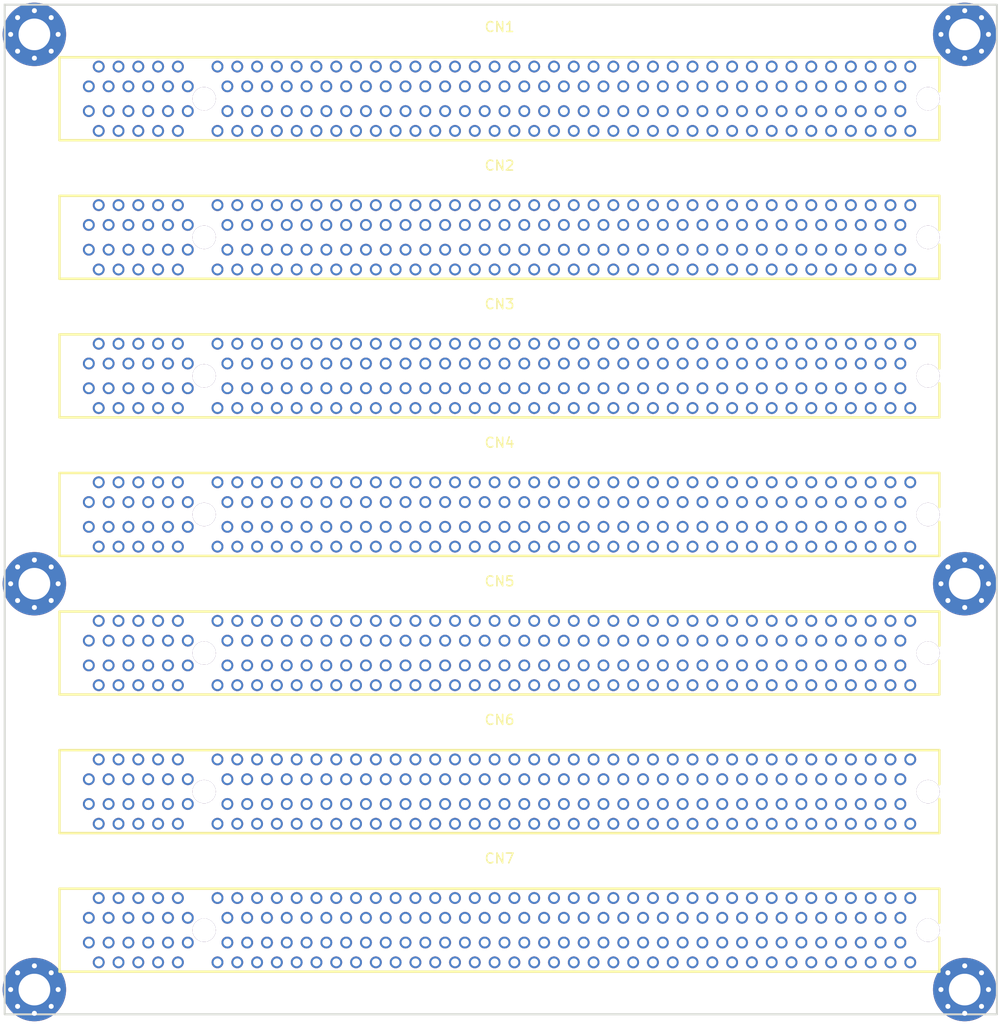
<source format=kicad_pcb>
(kicad_pcb (version 20241229) (generator "pcbnew") (generator_version "9.0")
  (title_block (title "Santa's Microfactory - Backplane") (date "2026-01-04") (company "Logan Peterson"))
  (layers (0 "F.Cu" signal) (2 "B.Cu" signal) (13 "F.Paste" user) (15 "B.Paste" user) (5 "F.SilkS" user "F.Silkscreen") (7 "B.SilkS" user "B.Silkscreen") (1 "F.Mask" user) (3 "B.Mask" user) (25 "Edge.Cuts" user))
  (net 0 "")
  (net 1 "B59")
  (net 2 "A75")
  (net 3 "B34")
  (net 4 "B46")
  (net 5 "A32")
  (net 6 "A7")
  (net 7 "A48")
  (net 8 "A45")
  (net 9 "B77")
  (net 10 "A49")
  (net 11 "A71")
  (net 12 "B50")
  (net 13 "A68")
  (net 14 "B68")
  (net 15 "B69")
  (net 16 "A80")
  (net 17 "A82")
  (net 18 "A30")
  (net 19 "A43")
  (net 20 "A37")
  (net 21 "B67")
  (net 22 "A11")
  (net 23 "B82")
  (net 24 "A28")
  (net 25 "B44")
  (net 26 "A73")
  (net 27 "B66")
  (net 28 "B37")
  (net 29 "A39")
  (net 30 "B5")
  (net 31 "A60")
  (net 32 "B60")
  (net 33 "B41")
  (net 34 "B4")
  (net 35 "A29")
  (net 36 "B72")
  (net 37 "A64")
  (net 38 "A27")
  (net 39 "B10")
  (net 40 "B54")
  (net 41 "A41")
  (net 42 "A2")
  (net 43 "B42")
  (net 44 "B32")
  (net 45 "A25")
  (net 46 "A56")
  (net 47 "B7")
  (net 48 "A46")
  (net 49 "A18")
  (net 50 "B62")
  (net 51 "A24")
  (net 52 "A44")
  (net 53 "B57")
  (net 54 "B27")
  (net 55 "A63")
  (net 56 "B70")
  (net 57 "B28")
  (net 58 "B38")
  (net 59 "B6")
  (net 60 "A17")
  (net 61 "B61")
  (net 62 "A51")
  (net 63 "A15")
  (net 64 "B49")
  (net 65 "B56")
  (net 66 "A67")
  (net 67 "B12")
  (net 68 "A72")
  (net 69 "A78")
  (net 70 "A57")
  (net 71 "A23")
  (net 72 "B71")
  (net 73 "B65")
  (net 74 "A1")
  (net 75 "B1")
  (net 76 "A42")
  (net 77 "A35")
  (net 78 "A31")
  (net 79 "B36")
  (net 80 "B63")
  (net 81 "A53")
  (net 82 "A20")
  (net 83 "A77")
  (net 84 "B29")
  (net 85 "B73")
  (net 86 "B74")
  (net 87 "A5")
  (net 88 "A55")
  (net 89 "B35")
  (net 90 "A76")
  (net 91 "A26")
  (net 92 "B30")
  (net 93 "B55")
  (net 94 "B31")
  (net 95 "A22")
  (net 96 "B64")
  (net 97 "B11")
  (net 98 "B9")
  (net 99 "A61")
  (net 100 "B40")
  (net 101 "B24")
  (net 102 "B8")
  (net 103 "A81")
  (net 104 "B53")
  (net 105 "A52")
  (net 106 "A54")
  (net 107 "B48")
  (net 108 "B21")
  (net 109 "A4")
  (net 110 "A65")
  (net 111 "A66")
  (net 112 "B58")
  (net 113 "B19")
  (net 114 "A3")
  (net 115 "B80")
  (net 116 "A69")
  (net 117 "A6")
  (net 118 "A12")
  (net 119 "A19")
  (net 120 "B15")
  (net 121 "A79")
  (net 122 "A62")
  (net 123 "A36")
  (net 124 "B23")
  (net 125 "A13")
  (net 126 "A9")
  (net 127 "B18")
  (net 128 "B3")
  (net 129 "B76")
  (net 130 "A38")
  (net 131 "B26")
  (net 132 "A70")
  (net 133 "A59")
  (net 134 "B52")
  (net 135 "A58")
  (net 136 "B16")
  (net 137 "B75")
  (net 138 "A14")
  (net 139 "B13")
  (net 140 "B78")
  (net 141 "A8")
  (net 142 "B14")
  (net 143 "A16")
  (net 144 "B39")
  (net 145 "B45")
  (net 146 "B22")
  (net 147 "A10")
  (net 148 "A74")
  (net 149 "B2")
  (net 150 "B43")
  (net 151 "B33")
  (net 152 "B17")
  (net 153 "A47")
  (net 154 "A21")
  (net 155 "B25")
  (net 156 "A34")
  (net 157 "B20")
  (net 158 "A40")
  (net 159 "B79")
  (net 160 "B51")
  (net 161 "A50")
  (net 162 "B81")
  (net 163 "A33")
  (net 164 "B47")
  (footprint "MountingHole:MountingHole_3.2mm_M3_Pad_Via" (layer "F.Cu") (at 147 140)
    (property "Reference" "H6" (hide yes))
    (property "Value" "MountingHole" (hide yes))
  )
  (footprint "MountingHole:MountingHole_3.2mm_M3_Pad_Via" (layer "F.Cu") (at 53 140)
    (property "Reference" "H3" (hide yes))
    (property "Value" "MountingHole" (hide yes))
  )
  (footprint "imported_components:CONN-TH_2EG08217-D2D-DF" (layer "F.Cu") (at 100 64)
    (property "Reference" "CN2")
    (property "Value" "2EG08217-D2D-DF")
  )
  (footprint "imported_components:CONN-TH_2EG08217-D2D-DF" (layer "F.Cu") (at 100 120)
    (property "Reference" "CN6")
    (property "Value" "2EG08217-D2D-DF")
  )
  (footprint "imported_components:CONN-TH_2EG08217-D2D-DF" (layer "F.Cu") (at 100 134)
    (property "Reference" "CN7")
    (property "Value" "2EG08217-D2D-DF")
  )
  (footprint "MountingHole:MountingHole_3.2mm_M3_Pad_Via" (layer "F.Cu") (at 53 43.5)
    (property "Reference" "H1" (hide yes))
    (property "Value" "MountingHole" (hide yes))
  )
  (footprint "imported_components:CONN-TH_2EG08217-D2D-DF" (layer "F.Cu") (at 100 106)
    (property "Reference" "CN5")
    (property "Value" "2EG08217-D2D-DF")
  )
  (footprint "imported_components:CONN-TH_2EG08217-D2D-DF" (layer "F.Cu") (at 100 50)
    (property "Reference" "CN1")
    (property "Value" "2EG08217-D2D-DF")
  )
  (footprint "MountingHole:MountingHole_3.2mm_M3_Pad_Via" (layer "F.Cu") (at 147 99)
    (property "Reference" "H4" (hide yes))
    (property "Value" "MountingHole" (hide yes))
  )
  (footprint "MountingHole:MountingHole_3.2mm_M3_Pad_Via" (layer "F.Cu") (at 147 43.5)
    (property "Reference" "H5" (hide yes))
    (property "Value" "MountingHole" (hide yes))
  )
  (footprint "imported_components:CONN-TH_2EG08217-D2D-DF" (layer "F.Cu") (at 100 92)
    (property "Reference" "CN4")
    (property "Value" "2EG08217-D2D-DF")
  )
  (footprint "MountingHole:MountingHole_3.2mm_M3_Pad_Via" (layer "F.Cu") (at 53 99)
    (property "Reference" "H2" (hide yes))
    (property "Value" "MountingHole" (hide yes))
  )
  (footprint "imported_components:CONN-TH_2EG08217-D2D-DF" (layer "F.Cu") (at 100 78)
    (property "Reference" "CN3")
    (property "Value" "2EG08217-D2D-DF")
  )
  (gr_rect (start 50 40.5) (end 150.25 142.5) (stroke (width 0.2)) (fill no) (layer "Edge.Cuts"))
)
</source>
